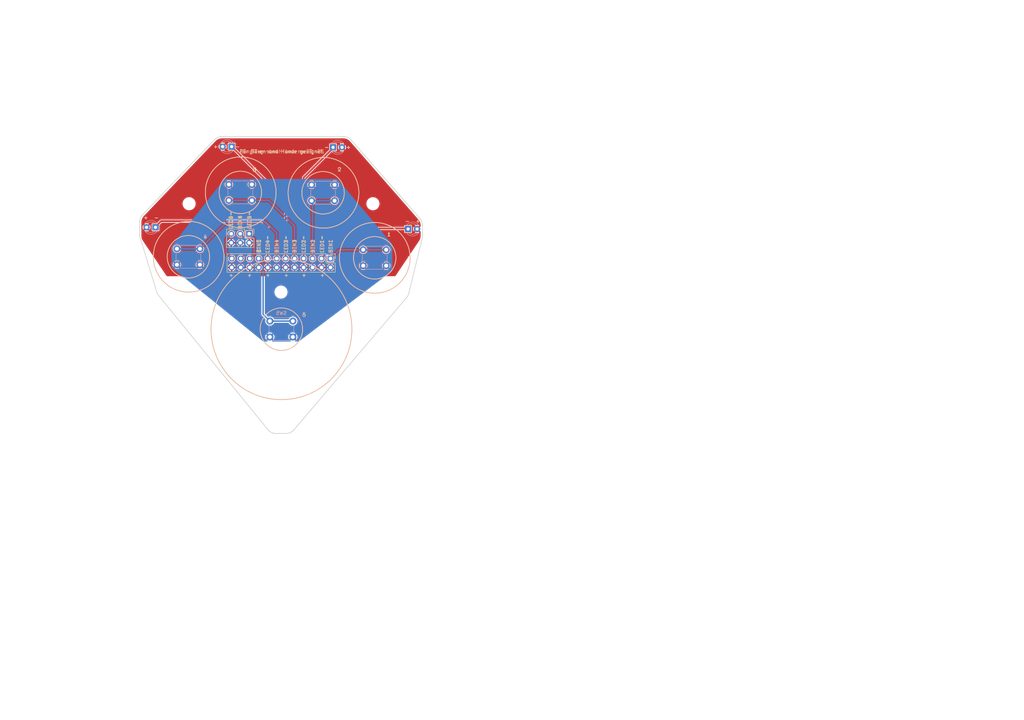
<source format=kicad_pcb>
(kicad_pcb (version 20241229) (generator "pcbnew") (generator_version "9.0")
  (layers (0 "F.Cu" signal) (2 "B.Cu" signal) (13 "F.Paste" user) (15 "B.Paste" user) (5 "F.SilkS" user "F.Silkscreen") (7 "B.SilkS" user "B.Silkscreen") (1 "F.Mask" user) (3 "B.Mask" user) (25 "Edge.Cuts" user))
  (net 0 "")
  (net 1 "+9V")
  (net 2 "/PAW_A_D1")
  (net 3 "/PAW_A_D2")
  (net 4 "GND")
  (net 5 "/PAW_A_D3")
  (net 6 "/PAW_A_D4")
  (net 7 "/PAW_A_D6")
  (net 8 "/PAW_A_B1")
  (net 9 "/PAW_A_B3")
  (net 10 "/PAW_A_B5")
  (net 11 "/PAW_A_B2")
  (net 12 "/PAW_A_D5")
  (net 13 "/PAW_A_B6")
  (net 14 "/PAW_A_B4")
  (footprint "MountingHole:MountingHole_3.2mm_M3" (layer "F.Cu") (at 74.9 104.5)
    (property "Reference" "MH1" (hide yes))
    (property "Value" "MountingHole" (hide yes))
    (pad "" np_thru_hole circle (at 0 0) (size 3.2 3.2) (drill 3.2) (layers "*.Cu" "*.Mask"))
  )
  (footprint "MountingHole:MountingHole_3.2mm_M3" (layer "F.Cu") (at 100.9 43.5)
    (property "Reference" "MH4" (hide yes))
    (property "Value" "MountingHole" (hide yes))
    (pad "" np_thru_hole circle (at 0 0) (size 3.2 3.2) (drill 3.2) (layers "*.Cu" "*.Mask"))
  )
  (footprint "MountingHole:MountingHole_3.2mm_M3" (layer "F.Cu") (at 48.9 43.5)
    (property "Reference" "MH3" (hide yes))
    (property "Value" "MountingHole" (hide yes))
    (pad "" np_thru_hole circle (at 0 0) (size 3.2 3.2) (drill 3.2) (layers "*.Cu" "*.Mask"))
  )
  (footprint "Connector_PinHeader_2.54mm:PinHeader_2x12_P2.54mm_Vertical" (layer "F.Cu") (at 88.9 59 -90)
    (property "Reference" "J8" (hide yes))
    (property "Value" "PAW_A")
    (fp_line (start -1.33 29.27) (end 3.87 29.27) (stroke (width 0.12)) (layer "F.SilkS"))
    (fp_line (start -1.33 1.27) (end -1.33 29.27) (stroke (width 0.12)) (layer "F.SilkS"))
    (fp_line (start -1.33 1.27) (end 1.27 1.27) (stroke (width 0.12)) (layer "F.SilkS"))
    (fp_line (start 1.27 1.27) (end 1.27 -1.33) (stroke (width 0.12)) (layer "F.SilkS"))
    (fp_line (start -1.33 0) (end -1.33 -1.33) (stroke (width 0.12)) (layer "F.SilkS"))
    (fp_line (start -1.33 -1.33) (end 0 -1.33) (stroke (width 0.12)) (layer "F.SilkS"))
    (fp_line (start 1.27 -1.33) (end 3.87 -1.33) (stroke (width 0.12)) (layer "F.SilkS"))
    (fp_line (start 3.87 -1.33) (end 3.87 29.27) (stroke (width 0.12)) (layer "F.SilkS"))
    (pad "1" thru_hole rect (at 0 0 270) (size 1.7 1.7) (drill 1) (layers "*.Cu" "*.Mask") (net 8 "/PAW_A_B1"))
    (pad "2" thru_hole oval (at 2.54 0 270) (size 1.7 1.7) (drill 1) (layers "*.Cu" "*.Mask") (net 4 "GND"))
    (pad "3" thru_hole oval (at 0 2.54 270) (size 1.7 1.7) (drill 1) (layers "*.Cu" "*.Mask") (net 2 "/PAW_A_D1"))
    (pad "4" thru_hole oval (at 2.54 2.54 270) (size 1.7 1.7) (drill 1) (layers "*.Cu" "*.Mask") (net 1 "+9V"))
    (pad "5" thru_hole oval (at 0 5.08 270) (size 1.7 1.7) (drill 1) (layers "*.Cu" "*.Mask") (net 11 "/PAW_A_B2"))
    (pad "6" thru_hole oval (at 2.54 5.08 270) (size 1.7 1.7) (drill 1) (layers "*.Cu" "*.Mask") (net 4 "GND"))
    (pad "7" thru_hole oval (at 0 7.62 270) (size 1.7 1.7) (drill 1) (layers "*.Cu" "*.Mask") (net 3 "/PAW_A_D2"))
    (pad "8" thru_hole oval (at 2.54 7.62 270) (size 1.7 1.7) (drill 1) (layers "*.Cu" "*.Mask") (net 1 "+9V"))
    (pad "9" thru_hole oval (at 0 10.16 270) (size 1.7 1.7) (drill 1) (layers "*.Cu" "*.Mask") (net 9 "/PAW_A_B3"))
    (pad "10" thru_hole oval (at 2.54 10.16 270) (size 1.7 1.7) (drill 1) (layers "*.Cu" "*.Mask") (net 4 "GND"))
    (pad "11" thru_hole oval (at 0 12.7 270) (size 1.7 1.7) (drill 1) (layers "*.Cu" "*.Mask") (net 5 "/PAW_A_D3"))
    (pad "12" thru_hole oval (at 2.54 12.7 270) (size 1.7 1.7) (drill 1) (layers "*.Cu" "*.Mask") (net 1 "+9V"))
    (pad "13" thru_hole oval (at 0 15.24 270) (size 1.7 1.7) (drill 1) (layers "*.Cu" "*.Mask") (net 14 "/PAW_A_B4"))
    (pad "14" thru_hole oval (at 2.54 15.24 270) (size 1.7 1.7) (drill 1) (layers "*.Cu" "*.Mask") (net 4 "GND"))
    (pad "15" thru_hole oval (at 0 17.78 270) (size 1.7 1.7) (drill 1) (layers "*.Cu" "*.Mask") (net 6 "/PAW_A_D4"))
    (pad "16" thru_hole oval (at 2.54 17.78 270) (size 1.7 1.7) (drill 1) (layers "*.Cu" "*.Mask") (net 1 "+9V"))
    (pad "17" thru_hole oval (at 0 20.32 270) (size 1.7 1.7) (drill 1) (layers "*.Cu" "*.Mask") (net 10 "/PAW_A_B5"))
    (pad "18" thru_hole oval (at 2.54 20.32 270) (size 1.7 1.7) (drill 1) (layers "*.Cu" "*.Mask") (net 4 "GND"))
    (pad "19" thru_hole oval (at 0 22.86 270) (size 1.7 1.7) (drill 1) (layers "*.Cu" "*.Mask") (net 12 "/PAW_A_D5"))
    (pad "20" thru_hole oval (at 2.54 22.86 270) (size 1.7 1.7) (drill 1) (layers "*.Cu" "*.Mask") (net 1 "+9V"))
    (pad "21" thru_hole oval (at 0 25.4 270) (size 1.7 1.7) (drill 1) (layers "*.Cu" "*.Mask") (net 13 "/PAW_A_B6"))
    (pad "22" thru_hole oval (at 2.54 25.4 270) (size 1.7 1.7) (drill 1) (layers "*.Cu" "*.Mask") (net 4 "GND"))
    (pad "23" thru_hole oval (at 0 27.94 270) (size 1.7 1.7) (drill 1) (layers "*.Cu" "*.Mask") (net 7 "/PAW_A_D6"))
    (pad "24" thru_hole oval (at 2.54 27.94 270) (size 1.7 1.7) (drill 1) (layers "*.Cu" "*.Mask") (net 1 "+9V"))
  )
  (footprint "Connector_PinHeader_2.54mm:PinHeader_2x03_P2.54mm_Vertical" (layer "F.Cu") (at 65.9 52 -90)
    (property "Reference" "J9" (hide yes))
    (property "Value" "PAW_A")
    (fp_line (start -1.33 6.41) (end 3.87 6.41) (stroke (width 0.12)) (layer "F.SilkS"))
    (fp_line (start -1.33 1.27) (end -1.33 6.41) (stroke (width 0.12)) (layer "F.SilkS"))
    (fp_line (start -1.33 1.27) (end 1.27 1.27) (stroke (width 0.12)) (layer "F.SilkS"))
    (fp_line (start 1.27 1.27) (end 1.27 -1.33) (stroke (width 0.12)) (layer "F.SilkS"))
    (fp_line (start -1.33 0) (end -1.33 -1.33) (stroke (width 0.12)) (layer "F.SilkS"))
    (fp_line (start -1.33 -1.33) (end 0 -1.33) (stroke (width 0.12)) (layer "F.SilkS"))
    (fp_line (start 1.27 -1.33) (end 3.87 -1.33) (stroke (width 0.12)) (layer "F.SilkS"))
    (fp_line (start 3.87 -1.33) (end 3.87 6.41) (stroke (width 0.12)) (layer "F.SilkS"))
    (pad "1" thru_hole rect (at 0 0 270) (size 1.7 1.7) (drill 1) (layers "*.Cu" "*.Mask") (net 12 "/PAW_A_D5"))
    (pad "2" thru_hole oval (at 2.54 0 270) (size 1.7 1.7) (drill 1) (layers "*.Cu" "*.Mask") (net 1 "+9V"))
    (pad "3" thru_hole oval (at 0 2.54 270) (size 1.7 1.7) (drill 1) (layers "*.Cu" "*.Mask") (net 13 "/PAW_A_B6"))
    (pad "4" thru_hole oval (at 2.54 2.54 270) (size 1.7 1.7) (drill 1) (layers "*.Cu" "*.Mask") (net 4 "GND"))
    (pad "5" thru_hole oval (at 0 5.08 270) (size 1.7 1.7) (drill 1) (layers "*.Cu" "*.Mask") (net 7 "/PAW_A_D6"))
    (pad "6" thru_hole oval (at 2.54 5.08 270) (size 1.7 1.7) (drill 1) (layers "*.Cu" "*.Mask") (net 1 "+9V"))
  )
  (footprint "MountingHole:MountingHole_3.2mm_M3" (layer "F.Cu") (at 74.9 68.5)
    (property "Reference" "MH2" (hide yes))
    (property "Value" "MountingHole")
    (pad "" np_thru_hole circle (at 0 0) (size 3.2 3.2) (drill 3.2) (layers "*.Cu" "*.Mask"))
  )
  (footprint "Button_Switch_THT:SW_PUSH_6mm" (layer "B.Cu") (at 66.65 38.05 180)
    (property "Reference" "SW3" (hide yes))
    (property "Value" "SW_Push")
    (fp_line (start 6.75 -3) (end 6.75 -1.5) (stroke (width 0.12)) (layer "B.SilkS"))
    (fp_line (start 5.5 1) (end 1 1) (stroke (width 0.12)) (layer "B.SilkS"))
    (fp_line (start 1 -5.5) (end 5.5 -5.5) (stroke (width 0.12)) (layer "B.SilkS"))
    (fp_line (start -0.25 -1.5) (end -0.25 -3) (stroke (width 0.12)) (layer "B.SilkS"))
    (pad "1" thru_hole circle (at 0 0 90) (size 2 2) (drill 1.1) (layers "*.Cu" "*.Mask") (net 4 "GND"))
    (pad "1" thru_hole circle (at 6.5 0 90) (size 2 2) (drill 1.1) (layers "*.Cu" "*.Mask") (net 4 "GND"))
    (pad "2" thru_hole circle (at 0 -4.5 90) (size 2 2) (drill 1.1) (layers "*.Cu" "*.Mask") (net 9 "/PAW_A_B3"))
    (pad "2" thru_hole circle (at 6.5 -4.5 90) (size 2 2) (drill 1.1) (layers "*.Cu" "*.Mask") (net 9 "/PAW_A_B3"))
  )
  (footprint "Button_Switch_THT:SW_PUSH_6mm" (layer "B.Cu") (at 90.05 38.15 180)
    (property "Reference" "SW2" (hide yes))
    (property "Value" "SW_Push")
    (fp_line (start 6.75 -3) (end 6.75 -1.5) (stroke (width 0.12)) (layer "B.SilkS"))
    (fp_line (start 5.5 1) (end 1 1) (stroke (width 0.12)) (layer "B.SilkS"))
    (fp_line (start 1 -5.5) (end 5.5 -5.5) (stroke (width 0.12)) (layer "B.SilkS"))
    (fp_line (start -0.25 -1.5) (end -0.25 -3) (stroke (width 0.12)) (layer "B.SilkS"))
    (pad "1" thru_hole circle (at 0 0 90) (size 2 2) (drill 1.1) (layers "*.Cu" "*.Mask") (net 4 "GND"))
    (pad "1" thru_hole circle (at 6.5 0 90) (size 2 2) (drill 1.1) (layers "*.Cu" "*.Mask") (net 4 "GND"))
    (pad "2" thru_hole circle (at 0 -4.5 90) (size 2 2) (drill 1.1) (layers "*.Cu" "*.Mask") (net 11 "/PAW_A_B2"))
    (pad "2" thru_hole circle (at 6.5 -4.5 90) (size 2 2) (drill 1.1) (layers "*.Cu" "*.Mask") (net 11 "/PAW_A_B2"))
  )
  (footprint "Button_Switch_THT:SW_PUSH_6mm" (layer "B.Cu") (at 71.75 81.2)
    (property "Reference" "SW5" (at 3.25 -6.75 0) (layer "B.SilkS") (effects (justify mirror)))
    (property "Value" "SW_Push")
    (fp_line (start -0.25 -1.5) (end -0.25 -3) (stroke (width 0.12)) (layer "B.SilkS"))
    (fp_line (start 1 -5.5) (end 5.5 -5.5) (stroke (width 0.12)) (layer "B.SilkS"))
    (fp_line (start 5.5 1) (end 1 1) (stroke (width 0.12)) (layer "B.SilkS"))
    (fp_line (start 6.75 -3) (end 6.75 -1.5) (stroke (width 0.12)) (layer "B.SilkS"))
    (pad "1" thru_hole circle (at 0 0 270) (size 2 2) (drill 1.1) (layers "*.Cu" "*.Mask") (net 4 "GND"))
    (pad "1" thru_hole circle (at 6.5 0 270) (size 2 2) (drill 1.1) (layers "*.Cu" "*.Mask") (net 4 "GND"))
    (pad "2" thru_hole circle (at 0 -4.5 270) (size 2 2) (drill 1.1) (layers "*.Cu" "*.Mask") (net 10 "/PAW_A_B5"))
    (pad "2" thru_hole circle (at 6.5 -4.5 270) (size 2 2) (drill 1.1) (layers "*.Cu" "*.Mask") (net 10 "/PAW_A_B5"))
  )
  (footprint "LED_THT:LED_D3.0mm" (layer "B.Cu") (at 60.925 27.35 180)
    (property "Reference" "D3" (hide yes))
    (property "Value" "LED")
    (fp_line (start -0.29 1.236) (end -0.29 1.08) (stroke (width 0.12)) (layer "B.SilkS"))
    (fp_line (start -0.29 -1.08) (end -0.29 -1.236) (stroke (width 0.12)) (layer "B.SilkS"))
    (fp_arc (start 2.941397 1.080061) (mid 1.365624 1.987701) (end -0.29 1.235516) (stroke (width 0.12)) (layer "B.SilkS"))
    (fp_arc (start 2.31091 1.080049) (mid 1.269965 1.5) (end 0.229039 1.08) (stroke (width 0.12)) (layer "B.SilkS"))
    (fp_arc (start 0.229039 -1.08) (mid 1.269965 -1.5) (end 2.31091 -1.080049) (stroke (width 0.12)) (layer "B.SilkS"))
    (fp_arc (start -0.29 -1.235516) (mid 1.365624 -1.987701) (end 2.941397 -1.080061) (stroke (width 0.12)) (layer "B.SilkS"))
    (pad "1" thru_hole rect (at 0 0 180) (size 1.8 1.8) (drill 0.9) (layers "*.Cu" "*.Mask") (net 5 "/PAW_A_D3"))
    (pad "2" thru_hole circle (at 2.54 0 180) (size 1.8 1.8) (drill 0.9) (layers "*.Cu" "*.Mask") (net 1 "+9V"))
  )
  (footprint "LED_THT:LED_D3.0mm" (layer "B.Cu") (at 89.625 27.55)
    (property "Reference" "D2" (hide yes))
    (property "Value" "LED")
    (fp_line (start -0.29 -1.08) (end -0.29 -1.236) (stroke (width 0.12)) (layer "B.SilkS"))
    (fp_line (start -0.29 1.236) (end -0.29 1.08) (stroke (width 0.12)) (layer "B.SilkS"))
    (fp_arc (start -0.29 -1.235516) (mid 1.365624 -1.987701) (end 2.941397 -1.080061) (stroke (width 0.12)) (layer "B.SilkS"))
    (fp_arc (start 0.229039 -1.08) (mid 1.269965 -1.5) (end 2.31091 -1.080049) (stroke (width 0.12)) (layer "B.SilkS"))
    (fp_arc (start 2.31091 1.080049) (mid 1.269965 1.5) (end 0.229039 1.08) (stroke (width 0.12)) (layer "B.SilkS"))
    (fp_arc (start 2.941397 1.080061) (mid 1.365624 1.987701) (end -0.29 1.235516) (stroke (width 0.12)) (layer "B.SilkS"))
    (pad "1" thru_hole rect (at 0 0) (size 1.8 1.8) (drill 0.9) (layers "*.Cu" "*.Mask") (net 3 "/PAW_A_D2"))
    (pad "2" thru_hole circle (at 2.54 0) (size 1.8 1.8) (drill 0.9) (layers "*.Cu" "*.Mask") (net 1 "+9V"))
  )
  (footprint "LED_THT:LED_D3.0mm" (layer "B.Cu") (at 110.85 50.65)
    (property "Reference" "D1" (hide yes))
    (property "Value" "LED")
    (fp_line (start -0.29 -1.08) (end -0.29 -1.236) (stroke (width 0.12)) (layer "B.SilkS"))
    (fp_line (start -0.29 1.236) (end -0.29 1.08) (stroke (width 0.12)) (layer "B.SilkS"))
    (fp_arc (start -0.29 -1.235516) (mid 1.365624 -1.987701) (end 2.941397 -1.080061) (stroke (width 0.12)) (layer "B.SilkS"))
    (fp_arc (start 0.229039 -1.08) (mid 1.269965 -1.5) (end 2.31091 -1.080049) (stroke (width 0.12)) (layer "B.SilkS"))
    (fp_arc (start 2.31091 1.080049) (mid 1.269965 1.5) (end 0.229039 1.08) (stroke (width 0.12)) (layer "B.SilkS"))
    (fp_arc (start 2.941397 1.080061) (mid 1.365624 1.987701) (end -0.29 1.235516) (stroke (width 0.12)) (layer "B.SilkS"))
    (pad "1" thru_hole rect (at 0 0) (size 1.8 1.8) (drill 0.9) (layers "*.Cu" "*.Mask") (net 2 "/PAW_A_D1"))
    (pad "2" thru_hole circle (at 2.54 0) (size 1.8 1.8) (drill 0.9) (layers "*.Cu" "*.Mask") (net 1 "+9V"))
  )
  (footprint "Button_Switch_THT:SW_PUSH_6mm" (layer "B.Cu") (at 45.45 60.75)
    (property "Reference" "SW4" (hide yes))
    (property "Value" "SW_Push")
    (fp_line (start -0.25 -1.5) (end -0.25 -3) (stroke (width 0.12)) (layer "B.SilkS"))
    (fp_line (start 1 -5.5) (end 5.5 -5.5) (stroke (width 0.12)) (layer "B.SilkS"))
    (fp_line (start 5.5 1) (end 1 1) (stroke (width 0.12)) (layer "B.SilkS"))
    (fp_line (start 6.75 -3) (end 6.75 -1.5) (stroke (width 0.12)) (layer "B.SilkS"))
    (pad "1" thru_hole circle (at 0 0 270) (size 2 2) (drill 1.1) (layers "*.Cu" "*.Mask") (net 4 "GND"))
    (pad "1" thru_hole circle (at 6.5 0 270) (size 2 2) (drill 1.1) (layers "*.Cu" "*.Mask") (net 4 "GND"))
    (pad "2" thru_hole circle (at 0 -4.5 270) (size 2 2) (drill 1.1) (layers "*.Cu" "*.Mask") (net 14 "/PAW_A_B4"))
    (pad "2" thru_hole circle (at 6.5 -4.499999 270) (size 2 2) (drill 1.1) (layers "*.Cu" "*.Mask") (net 14 "/PAW_A_B4"))
  )
  (footprint "LED_THT:LED_D3.0mm" (layer "B.Cu") (at 39.4 50.175 180)
    (property "Reference" "D4" (hide yes))
    (property "Value" "LED")
    (fp_line (start -0.29 1.236) (end -0.29 1.08) (stroke (width 0.12)) (layer "B.SilkS"))
    (fp_line (start -0.29 -1.08) (end -0.29 -1.236) (stroke (width 0.12)) (layer "B.SilkS"))
    (fp_arc (start 2.941397 1.080061) (mid 1.365624 1.987701) (end -0.29 1.235516) (stroke (width 0.12)) (layer "B.SilkS"))
    (fp_arc (start 2.31091 1.080049) (mid 1.269965 1.5) (end 0.229039 1.08) (stroke (width 0.12)) (layer "B.SilkS"))
    (fp_arc (start 0.229039 -1.08) (mid 1.269965 -1.5) (end 2.31091 -1.080049) (stroke (width 0.12)) (layer "B.SilkS"))
    (fp_arc (start -0.29 -1.235516) (mid 1.365624 -1.987701) (end 2.941397 -1.080061) (stroke (width 0.12)) (layer "B.SilkS"))
    (pad "1" thru_hole rect (at 0 0 180) (size 1.8 1.8) (drill 0.9) (layers "*.Cu" "*.Mask") (net 6 "/PAW_A_D4"))
    (pad "2" thru_hole circle (at 2.54 0 180) (size 1.8 1.8) (drill 0.9) (layers "*.Cu" "*.Mask") (net 1 "+9V"))
  )
  (footprint "Button_Switch_THT:SW_PUSH_6mm" (layer "B.Cu") (at 98.15 61.025)
    (property "Reference" "SW1" (hide yes))
    (property "Value" "SW_Push")
    (fp_line (start -0.25 -1.5) (end -0.25 -3) (stroke (width 0.12)) (layer "B.SilkS"))
    (fp_line (start 1 -5.5) (end 5.5 -5.5) (stroke (width 0.12)) (layer "B.SilkS"))
    (fp_line (start 5.5 1) (end 1 1) (stroke (width 0.12)) (layer "B.SilkS"))
    (fp_line (start 6.75 -3) (end 6.75 -1.5) (stroke (width 0.12)) (layer "B.SilkS"))
    (pad "1" thru_hole circle (at 0 0 270) (size 2 2) (drill 1.1) (layers "*.Cu" "*.Mask") (net 4 "GND"))
    (pad "1" thru_hole circle (at 6.5 0 270) (size 2 2) (drill 1.1) (layers "*.Cu" "*.Mask") (net 4 "GND"))
    (pad "2" thru_hole circle (at 0 -4.5 270) (size 2 2) (drill 1.1) (layers "*.Cu" "*.Mask") (net 8 "/PAW_A_B1"))
    (pad "2" thru_hole circle (at 6.5 -4.5 270) (size 2 2) (drill 1.1) (layers "*.Cu" "*.Mask") (net 8 "/PAW_A_B1"))
  )
  (gr_circle (center 86.919711 40.404369) (end 76.919711 40.404369) (stroke (width 0.2)) (fill no) (layer "F.SilkS"))
  (gr_circle (center 48.7 58.5) (end 54.7 58.5) (stroke (width 0.2)) (fill no) (layer "F.SilkS"))
  (gr_circle (center 75.025 78.999859) (end 55.100141 78.999859) (stroke (width 0.2)) (fill no) (layer "F.SilkS"))
  (gr_circle (center 86.8 40.4) (end 92.8 40.4) (stroke (width 0.2)) (fill no) (layer "F.SilkS"))
  (gr_circle (center 63.490404 40.264869) (end 53.490404 40.264869) (stroke (width 0.2)) (fill no) (layer "F.SilkS"))
  (gr_circle (center 75 79) (end 81 79) (stroke (width 0.2)) (fill no) (layer "F.SilkS"))
  (gr_circle (center 101.4 58.8) (end 107.4 58.8) (stroke (width 0.2)) (fill no) (layer "F.SilkS"))
  (gr_circle (center 101.418579 58.809116) (end 91.418579 58.809116) (stroke (width 0.2)) (fill no) (layer "F.SilkS"))
  (gr_circle (center 48.773405 58.495661) (end 38.773405 58.495661) (stroke (width 0.2)) (fill no) (layer "F.SilkS"))
  (gr_circle (center 63.4 40.3) (end 69.4 40.3) (stroke (width 0.2)) (fill no) (layer "F.SilkS"))
  (gr_circle (center 75 79) (end 69 79) (stroke (width 0.2)) (fill no) (layer "B.SilkS"))
  (gr_circle (center 63.4 40.3) (end 57.4 40.3) (stroke (width 0.2)) (fill no) (layer "B.SilkS"))
  (gr_circle (center 86.8 40.4) (end 80.8 40.4) (stroke (width 0.2)) (fill no) (layer "B.SilkS"))
  (gr_circle (center 48.7 58.5) (end 42.7 58.5) (stroke (width 0.2)) (fill no) (layer "B.SilkS"))
  (gr_circle (center 101.4 58.8) (end 95.4 58.8) (stroke (width 0.2)) (fill no) (layer "B.SilkS"))
  (gr_circle (center 63.490404 40.264869) (end 73.490404 40.264869) (stroke (width 0.2)) (fill no) (layer "B.SilkS"))
  (gr_circle (center 86.919711 40.404369) (end 96.919711 40.404369) (stroke (width 0.2)) (fill no) (layer "B.SilkS"))
  (gr_circle (center 48.773405 58.495661) (end 58.773405 58.495661) (stroke (width 0.2)) (fill no) (layer "B.SilkS"))
  (gr_circle (center 101.418579 58.809116) (end 111.418579 58.809116) (stroke (width 0.2)) (fill no) (layer "B.SilkS"))
  (gr_circle (center 75.025 78.999859) (end 94.949859 78.999859) (stroke (width 0.2)) (fill no) (layer "B.SilkS"))
  (gr_line (start 73.497487 108.5) (end 76.302513 108.5) (stroke (width 0.2)) (layer "Edge.Cuts"))
  (gr_arc (start 78.79168 107.17453) (mid 77.712552 108.147985) (end 76.302513 108.5) (stroke (width 0.2)) (layer "Edge.Cuts"))
  (gr_line (start 34.9 48.703772) (end 34.9 52.584817) (stroke (width 0.2)) (layer "Edge.Cuts"))
  (gr_line (start 40.272476 69.457083) (end 71.00832 107.17453) (stroke (width 0.2)) (layer "Edge.Cuts"))
  (gr_line (start 92.538695 24.5) (end 58.181869 24.5) (stroke (width 0.2)) (layer "Edge.Cuts"))
  (gr_arc (start 40.272476 69.457083) (mid 39.950659 68.973) (end 39.728222 68.435947) (stroke (width 0.2)) (layer "Edge.Cuts"))
  (gr_line (start 78.79168 107.17453) (end 110.430399 70.05101) (stroke (width 0.2)) (layer "Edge.Cuts"))
  (gr_arc (start 73.497487 108.5) (mid 72.087454 108.147975) (end 71.00832 107.17453) (stroke (width 0.2)) (layer "Edge.Cuts"))
  (gr_line (start 56.013943 25.426332) (end 35.732074 46.630104) (stroke (width 0.2)) (layer "Edge.Cuts"))
  (gr_line (start 34.900867 52.584817) (end 39.728222 68.435947) (stroke (width 0.2)) (layer "Edge.Cuts"))
  (gr_arc (start 34.9 48.703772) (mid 35.115788 47.586589) (end 35.732074 46.630104) (stroke (width 0.2)) (layer "Edge.Cuts"))
  (gr_arc (start 92.538695 24.5) (mid 93.778345 24.7681) (end 94.796425 25.524486) (stroke (width 0.2)) (layer "Edge.Cuts"))
  (gr_line (start 114.15773 47.651691) (end 94.796425 25.524486) (stroke (width 0.2)) (layer "Edge.Cuts"))
  (gr_line (start 114.9 53) (end 114.9 49.627205) (stroke (width 0.2)) (layer "Edge.Cuts"))
  (gr_line (start 111.066606 68.795458) (end 114.9 53) (stroke (width 0.2)) (layer "Edge.Cuts"))
  (gr_arc (start 56.013943 25.426332) (mid 57.003099 24.741286) (end 58.181869 24.5) (stroke (width 0.2)) (layer "Edge.Cuts"))
  (gr_arc (start 111.066606 68.795458) (mid 110.823185 69.461078) (end 110.430399 70.05101) (stroke (width 0.2)) (layer "Edge.Cuts"))
  (gr_arc (start 114.15773 47.651691) (mid 114.708307 48.572025) (end 114.9 49.627205) (stroke (width 0.2)) (layer "Edge.Cuts"))
  (gr_text "BTN4" (at 74.3 57.5 90) (layer "F.SilkS") (effects (font (size 1 1)) (justify left bottom)))
  (gr_text "+" (at 76.9 64.5 90) (layer "F.SilkS") (effects (font (size 1 1)) (justify left bottom)))
  (gr_text "+" (at 37.4 47 180) (layer "F.SilkS") (effects (font (size 1 1)) (justify left bottom)))
  (gr_text "Für Bären und Hunde geeignet." (at 63.1 29.3 0) (layer "F.SilkS") (effects (font (size 1 1)) (justify left bottom)))
  (gr_text "BTN2" (at 84.5 57.5 90) (layer "F.SilkS") (effects (font (size 1 1)) (justify left bottom)))
  (gr_text "1" (at 104.9 52.8 0) (layer "F.SilkS") (effects (font (size 1 1)) (justify left bottom)))
  (gr_text "-" (at 87.1 28.1 0) (layer "F.SilkS") (effects (font (size 1 1)) (justify left bottom)))
  (gr_text "-" (at 63.3 26.9 180) (layer "F.SilkS") (effects (font (size 1 1)) (justify left bottom)))
  (gr_text "BTN6" (at 63.9 50.7 90) (layer "F.SilkS") (effects (font (size 1 1)) (justify left bottom)))
  (gr_text "LED5-" (at 66.565 50.67 90) (layer "F.SilkS") (effects (font (size 1 1)) (justify left bottom)))
  (gr_text "LED4-" (at 71.7 57.5 90) (layer "F.SilkS") (effects (font (size 1 1)) (justify left bottom)))
  (gr_text "3" (at 66.9 34.5 0) (layer "F.SilkS") (effects (font (size 1 1)) (justify left bottom)))
  (gr_text "BTN3" (at 79.3 57.5 90) (layer "F.SilkS") (effects (font (size 1 1)) (justify left bottom)))
  (gr_text "LED2-" (at 81.9 57.5 90) (layer "F.SilkS") (effects (font (size 1 1)) (justify left bottom)))
  (gr_text "5" (at 80.9 75.5 0) (layer "F.SilkS") (effects (font (size 1 1)) (justify left bottom)))
  (gr_text "+" (at 87.1 64.5 90) (layer "F.SilkS") (effects (font (size 1 1)) (justify left bottom)))
  (gr_text "LED6-" (at 61.3 50.7 90) (layer "F.SilkS") (effects (font (size 1 1)) (justify left bottom)))
  (gr_text "-" (at 109.9 49 0) (layer "F.SilkS") (effects (font (size 1 1)) (justify left bottom)))
  (gr_text "" (at 74.9 68.5 0) (layer "F.SilkS") (effects (font (size 1.27 1.27))))
  (gr_text "+" (at 81.9 64.5 90) (layer "F.SilkS") (effects (font (size 1 1)) (justify left bottom)))
  (gr_text "+" (at 93.3 28.1 0) (layer "F.SilkS") (effects (font (size 1 1)) (justify left bottom)))
  (gr_text "LED1-" (at 87.1 57.5 90) (layer "F.SilkS") (effects (font (size 1 1)) (justify left bottom)))
  (gr_text "+" (at 66.5 64.5 90) (layer "F.SilkS") (effects (font (size 1 1)) (justify left bottom)))
  (gr_text "BTN1" (at 89.565 57.5 90) (layer "F.SilkS") (effects (font (size 1 1)) (justify left bottom)))
  (gr_text "-" (at 40.4 47 180) (layer "F.SilkS") (effects (font (size 1 1)) (justify left bottom)))
  (gr_text "2" (at 90.9 34.4 0) (layer "F.SilkS") (effects (font (size 1 1)) (justify left bottom)))
  (gr_text "+" (at 112.9 49 0) (layer "F.SilkS") (effects (font (size 1 1)) (justify left bottom)))
  (gr_text "LED3-" (at 76.9 57.5 90) (layer "F.SilkS") (effects (font (size 1 1)) (justify left bottom)))
  (gr_text "+" (at 71.7 64.5 90) (layer "F.SilkS") (effects (font (size 1 1)) (justify left bottom)))
  (gr_text "+" (at 57.1 26.9 180) (layer "F.SilkS") (effects (font (size 1 1)) (justify left bottom)))
  (gr_text "BTN5" (at 69.3 57.5 90) (layer "F.SilkS") (effects (font (size 1 1)) (justify left bottom)))
  (gr_text "4" (at 52.9 53.5 0) (layer "F.SilkS") (effects (font (size 1 1)) (justify left bottom)))
  (gr_text "+" (at 61.3 64.5 90) (layer "F.SilkS") (effects (font (size 1 1)) (justify left bottom)))
  (gr_text "LED4-" (at 70.5 57.5 -90) (layer "B.SilkS") (effects (font (size 1 1)) (justify left bottom mirror)))
  (gr_text "BTN1" (at 88.3 57.5 -90) (layer "B.SilkS") (effects (font (size 1 1)) (justify left bottom mirror)))
  (gr_text "+" (at 75.8965 64.5 -90) (layer "B.SilkS") (effects (font (size 1 1)) (justify left bottom mirror)))
  (gr_text "4" (at 54.05 53.5 -0) (layer "B.SilkS") (effects (font (size 1 1)) (justify left bottom mirror)))
  (gr_text "+" (at 86.0965 64.5 -90) (layer "B.SilkS") (effects (font (size 1 1)) (justify left bottom mirror)))
  (gr_text "-" (at 38.9 47 -180) (layer "B.SilkS") (effects (font (size 1 1)) (justify left bottom mirror)))
  (gr_text "1" (at 105.9 52.8 -0) (layer "B.SilkS") (effects (font (size 1 1)) (justify left bottom mirror)))
  (gr_text "-" (at 111.4 49 -0) (layer "B.SilkS") (effects (font (size 1 1)) (justify left bottom mirror)))
  (gr_text "Für Bären und Hunde geeignet." (at 87.1 29.3 -0) (layer "B.SilkS") (effects (font (size 1 1)) (justify left bottom mirror)))
  (gr_text "+" (at 114.4 49 -0) (layer "B.SilkS") (effects (font (size 1 1)) (justify left bottom mirror)))
  (gr_text "+" (at 35.9 47 -180) (layer "B.SilkS") (effects (font (size 1 1)) (justify left bottom mirror)))
  (gr_text "LED2-" (at 80.7 57.5 -90) (layer "B.SilkS") (effects (font (size 1 1)) (justify left bottom mirror)))
  (gr_text "+" (at 65.4965 64.5 -90) (layer "B.SilkS") (effects (font (size 1 1)) (justify left bottom mirror)))
  (gr_text "+" (at 94.7 28.1 -0) (layer "B.SilkS") (effects (font (size 1 1)) (justify left bottom mirror)))
  (gr_text "LED1-" (at 85.9 57.5 -90) (layer "B.SilkS") (effects (font (size 1 1)) (justify left bottom mirror)))
  (gr_text "+" (at 55.7 26.9 -180) (layer "B.SilkS") (effects (font (size 1 1)) (justify left bottom mirror)))
  (gr_text "-" (at 61.9 26.9 -180) (layer "B.SilkS") (effects (font (size 1 1)) (justify left bottom mirror)))
  (gr_text "+" (at 80.8965 64.5 -90) (layer "B.SilkS") (effects (font (size 1 1)) (justify left bottom mirror)))
  (gr_text "+" (at 60.2965 64.5 -90) (layer "B.SilkS") (effects (font (size 1 1)) (justify left bottom mirror)))
  (gr_text "+" (at 70.6965 64.5 -90) (layer "B.SilkS") (effects (font (size 1 1)) (justify left bottom mirror)))
  (gr_text "2" (at 91.9 34.4 -0) (layer "B.SilkS") (effects (font (size 1 1)) (justify left bottom mirror)))
  (gr_text "BTN6" (at 62.7 50.7 -90) (layer "B.SilkS") (effects (font (size 1 1)) (justify left bottom mirror)))
  (gr_text "-" (at 88.5 28.1 -0) (layer "B.SilkS") (effects (font (size 1 1)) (justify left bottom mirror)))
  (gr_text "BTN2" (at 83.3 57.5 -90) (layer "B.SilkS") (effects (font (size 1 1)) (justify left bottom mirror)))
  (gr_text "LED3-" (at 75.7 57.5 -90) (layer "B.SilkS") (effects (font (size 1 1)) (justify left bottom mirror)))
  (gr_text "BTN4" (at 73.1 57.5 -90) (layer "B.SilkS") (effects (font (size 1 1)) (justify left bottom mirror)))
  (gr_text "BTN5" (at 67.83 57.47 -90) (layer "B.SilkS") (effects (font (size 1 1)) (justify left bottom mirror)))
  (gr_text "5" (at 81.9 75.5 -0) (layer "B.SilkS") (effects (font (size 1 1)) (justify left bottom mirror)))
  (gr_text "BTN3" (at 78.1 57.5 -90) (layer "B.SilkS") (effects (font (size 1 1)) (justify left bottom mirror)))
  (gr_text "LED5-" (at 65.3 50.67 -90) (layer "B.SilkS") (effects (font (size 1 1)) (justify left bottom mirror)))
  (gr_text "LED6-" (at 60.1 50.7 -90) (layer "B.SilkS") (effects (font (size 1 1)) (justify left bottom mirror)))
  (gr_text "3" (at 67.9 34.5 -0) (layer "B.SilkS") (effects (font (size 1 1)) (justify left bottom mirror)))
  (segment (start 94.86 50.5) (end 86.36 59) (width 0.5) (layer "F.Cu") (net 2))
  (segment (start 110.85 50.65) (end 110.7 50.5) (width 0.5) (layer "F.Cu") (net 2))
  (segment (start 110.7 50.5) (end 94.86 50.5) (width 0.5) (layer "F.Cu") (net 2))
  (segment (start 89.625 27.775) (end 81.28 36.12) (width 0.5) (layer "F.Cu") (net 3))
  (segment (start 81.28 36.12) (end 81.28 59) (width 0.5) (layer "F.Cu") (net 3))
  (segment (start 89.625 27.55) (end 89.625 27.775) (width 0.5) (layer "F.Cu") (net 3))
  (segment (start 76.2 42.6) (end 76.2 59) (width 0.5) (layer "F.Cu") (net 5))
  (segment (start 60.925 27.35) (end 60.95 27.35) (width 0.5) (layer "F.Cu") (net 5))
  (segment (start 60.95 27.35) (end 76.2 42.6) (width 0.5) (layer "F.Cu") (net 5))
  (segment (start 39.4 50) (end 40.975 48.425) (width 0.5) (layer "F.Cu") (net 6))
  (segment (start 39.4 50.175) (end 39.4 50) (width 0.5) (layer "F.Cu") (net 6))
  (segment (start 40.975 48.425) (end 69.6 48.425) (width 0.5) (layer "F.Cu") (net 6))
  (segment (start 71.12 49.945) (end 71.12 59) (width 0.5) (layer "F.Cu") (net 6))
  (segment (start 69.6 48.425) (end 71.12 49.945) (width 0.5) (layer "F.Cu") (net 6))
  (segment (start 59.419 53.401) (end 59.419 57.459) (width 0.5) (layer "B.Cu") (net 7))
  (segment (start 59.419 57.459) (end 60.96 59) (width 0.5) (layer "B.Cu") (net 7))
  (segment (start 60.82 52) (end 59.419 53.401) (width 0.5) (layer "B.Cu") (net 7))
  (segment (start 98.15 56.55) (end 91.35 56.55) (width 0.5) (layer "B.Cu") (net 8))
  (segment (start 98.15 56.55) (end 104.65 56.55) (width 0.5) (layer "B.Cu") (net 8))
  (segment (start 91.35 56.55) (end 88.9 59) (width 0.5) (layer "B.Cu") (net 8))
  (segment (start 78.715 49.815) (end 78.715 58.975) (width 0.5) (layer "B.Cu") (net 9))
  (segment (start 60.15 42.55) (end 66.65 42.55) (width 0.5) (layer "B.Cu") (net 9))
  (segment (start 66.65 42.55) (end 71.45 42.55) (width 0.5) (layer "B.Cu") (net 9))
  (segment (start 78.715 58.975) (end 78.74 59) (width 0.5) (layer "B.Cu") (net 9))
  (segment (start 71.45 42.55) (end 78.715 49.815) (width 0.5) (layer "B.Cu") (net 9))
  (segment (start 68.58 59) (end 69.831 60.251) (width 0.4) (layer "B.Cu") (net 10))
  (segment (start 71.75 76.7) (end 78.25 76.7) (width 0.4) (layer "B.Cu") (net 10))
  (segment (start 69.831 74.781) (end 71.75 76.7) (width 0.4) (layer "B.Cu") (net 10))
  (segment (start 69.831 60.251) (end 69.831 74.781) (width 0.4) (layer "B.Cu") (net 10))
  (segment (start 90.05 42.65) (end 83.55 42.65) (width 0.5) (layer "B.Cu") (net 11))
  (segment (start 83.55 42.65) (end 83.82 42.92) (width 0.5) (layer "B.Cu") (net 11))
  (segment (start 83.82 42.92) (end 83.82 59) (width 0.5) (layer "B.Cu") (net 11))
  (segment (start 65.9 52) (end 67.301 53.401) (width 0.5) (layer "B.Cu") (net 12))
  (segment (start 67.301 53.401) (end 67.301 57.739) (width 0.5) (layer "B.Cu") (net 12))
  (segment (start 67.301 57.739) (end 66.04 59) (width 0.5) (layer "B.Cu") (net 12))
  (segment (start 63.36 52) (end 64.649 53.289) (width 0.4) (layer "F.Cu") (net 13))
  (segment (start 64.649 53.289) (end 64.649 57.851) (width 0.4) (layer "F.Cu") (net 13))
  (segment (start 64.649 57.851) (end 63.5 59) (width 0.4) (layer "F.Cu") (net 13))
  (segment (start 73.66 51.75) (end 73.66 59) (width 0.5) (layer "B.Cu") (net 14))
  (segment (start 51.95 56.25) (end 59.7 48.5) (width 0.5) (layer "B.Cu") (net 14))
  (segment (start 70.41 48.5) (end 73.66 51.75) (width 0.5) (layer "B.Cu") (net 14))
  (segment (start 59.7 48.5) (end 70.41 48.5) (width 0.5) (layer "B.Cu") (net 14))
  (segment (start 45.45 56.250001) (end 51.95 56.25) (width 0.5) (layer "B.Cu") (net 14))
  (zone (net 1) (net_name "+9V") (layer "F.Cu") (priority 1) (connect_pads (clearance 0.2)) (min_thickness 0.15) (fill yes (thermal_gap 0.25) (thermal_bridge_width 0.4))
    (polygon (pts (xy 114.9 53.5) (xy 114.9 48.5) (xy 93.9 24.5) (xy 56.9 24.5) (xy 34.9 47.5) (xy 34.9 53.5) (xy 41.9 64) (xy 107.9 64)))
  )
  (zone (net 4) (net_name "GND") (layer "B.Cu") (priority 4) (connect_pads (clearance 0.3)) (min_thickness 0.2) (fill yes (thermal_gap 0.3) (thermal_bridge_width 0.4))
    (polygon (pts (xy 106.4 55) (xy 90.9 36.5) (xy 58.9 36.5) (xy 43.9 55.5) (xy 43.9 61.5) (xy 69.9 82.5) (xy 79.9 82.5) (xy 106.4 62.5)))
  )
)
</source>
